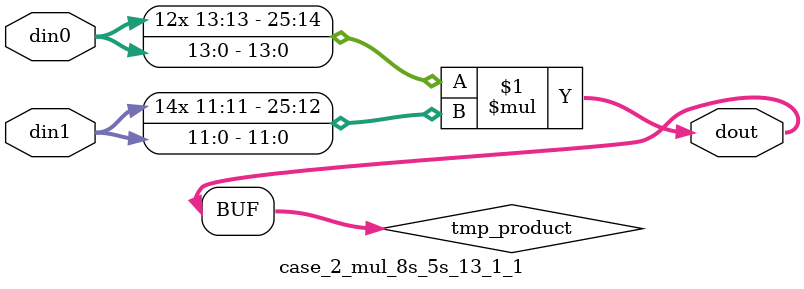
<source format=v>

`timescale 1 ns / 1 ps

 module case_2_mul_8s_5s_13_1_1(din0, din1, dout);
parameter ID = 1;
parameter NUM_STAGE = 0;
parameter din0_WIDTH = 14;
parameter din1_WIDTH = 12;
parameter dout_WIDTH = 26;

input [din0_WIDTH - 1 : 0] din0; 
input [din1_WIDTH - 1 : 0] din1; 
output [dout_WIDTH - 1 : 0] dout;

wire signed [dout_WIDTH - 1 : 0] tmp_product;



























assign tmp_product = $signed(din0) * $signed(din1);








assign dout = tmp_product;





















endmodule

</source>
